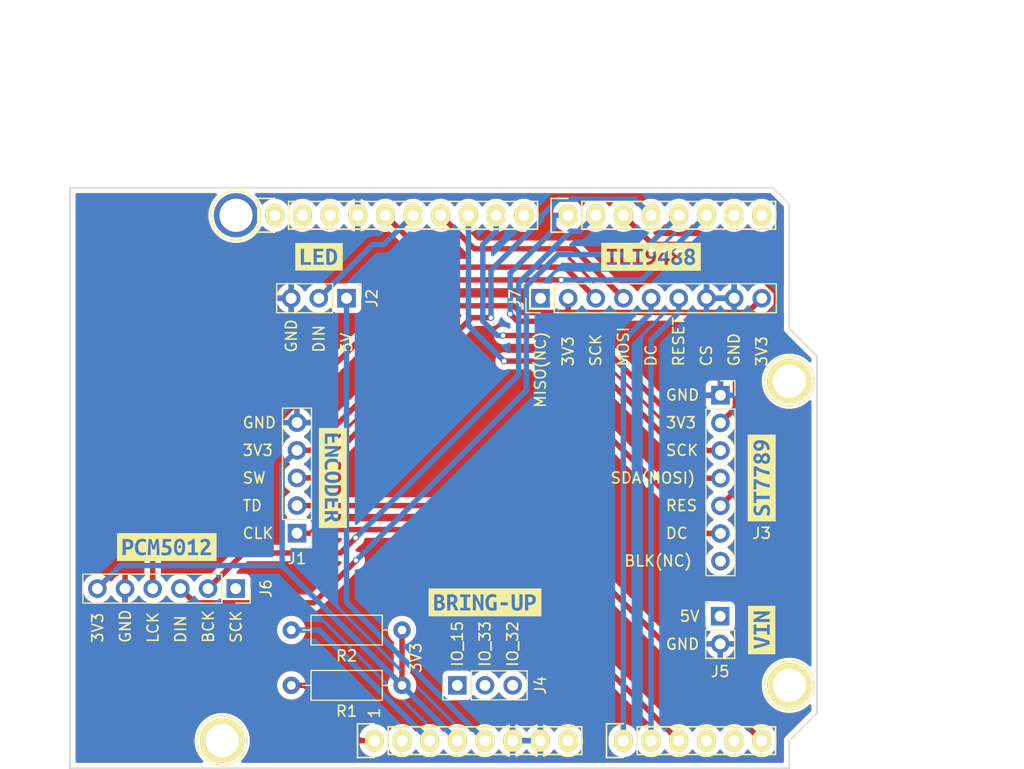
<source format=kicad_pcb>
(kicad_pcb (version 20211014) (generator pcbnew)
  (title_block (date "lun. 30 mars 2015"))
  (layers (0 "F.Cu" signal) (31 "B.Cu" signal) (34 "B.Paste" user) (35 "F.Paste" user) (36 "B.SilkS" user "B.Silkscreen") (37 "F.SilkS" user "F.Silkscreen") (38 "B.Mask" user) (39 "F.Mask" user) (44 "Edge.Cuts" user))
  (net 0 "")
  (net 1 "ESPDUINO_IO0")
  (net 2 "ESPDUINO_5V")
  (net 3 "ENCODER_DT")
  (net 4 "/Vin")
  (net 5 "RESET")
  (net 6 "ESPDUINO_IO2")
  (net 7 "ESPDUINO_IO4")
  (net 8 "/AREF")
  (net 9 "ESPDUINO_IO34")
  (net 10 "ENCODER_CLK")
  (net 11 "ESPDUINO_IO15")
  (net 16 "ENCODER_SWITCH")
  (net 17 "ENCODER_GND")
  (net 18 "ESPDUINO_IO18")
  (net 19 "ESPDUINO_IO19")
  (net 20 "ESPDUINO_IO23")
  (net 21 "ESPDUINO_IO5")
  (net 22 "ESPDUINO_IO13")
  (net 23 "ESPDUINO_IO12")
  (net 24 "ESPDUINO_IO14")
  (net 25 "ESPDUINO_IO27")
  (net 26 "ESPDUINO_IO16")
  (net 27 "ESPDUINO_IO33")
  (net 28 "ESPDUINO_IO25")
  (net 29 "ESPDUINO_IO26")
  (net 30 "ESPDUINO_TX")
  (net 31 "ESPDUINO_RX")
  (net 32 "POWER_IN_5V_VCC")
  (net 33 "ESPDUINO_IO32")
  (net 34 "PCM5102_SCK")
  (net 35 "ESPDUINO_3.3V")
  (net 36 "/IOREF")
  (net 37 "ST7789_BLK")
  (net 38 "TFT_MISO")
  (net 39 "ESPDUINO_IO36")
  (footprint "Socket_Arduino_Uno:Socket_Strip_Arduino_1x08" (layer "F.Cu") (at 138.938 123.825)
    (fp_text reference "P1" hide)
    (fp_text value "Power")
    (pad "1" thru_hole oval locked (at 0 0) (size 1.7272 2.032) (drill 1.016) (layers *.Cu *.Mask "F.SilkS") (net 1 "ESPDUINO_IO0"))
    (pad "2" thru_hole oval locked (at 2.54 0) (size 1.7272 2.032) (drill 1.016) (layers *.Cu *.Mask "F.SilkS") (net 36 "/IOREF"))
    (pad "3" thru_hole oval locked (at 5.08 0) (size 1.7272 2.032) (drill 1.016) (layers *.Cu *.Mask "F.SilkS") (net 5 "RESET"))
    (pad "4" thru_hole oval locked (at 7.62 0) (size 1.7272 2.032) (drill 1.016) (layers *.Cu *.Mask "F.SilkS") (net 35 "ESPDUINO_3.3V"))
    (pad "5" thru_hole oval locked (at 10.16 0) (size 1.7272 2.032) (drill 1.016) (layers *.Cu *.Mask "F.SilkS") (net 2 "ESPDUINO_5V"))
    (pad "6" thru_hole oval locked (at 12.7 0) (size 1.7272 2.032) (drill 1.016) (layers *.Cu *.Mask "F.SilkS") (net 17 "ENCODER_GND"))
    (pad "7" thru_hole oval locked (at 15.24 0) (size 1.7272 2.032) (drill 1.016) (layers *.Cu *.Mask "F.SilkS") (net 17 "ENCODER_GND"))
    (pad "8" thru_hole oval locked (at 17.78 0) (size 1.7272 2.032) (drill 1.016) (layers *.Cu *.Mask "F.SilkS") (net 4 "/Vin"))
  )
  (footprint "Socket_Arduino_Uno:Socket_Strip_Arduino_1x06" (layer "F.Cu") (at 161.798 123.825)
    (fp_text reference "P2" hide)
    (fp_text value "Analog")
    (pad "1" thru_hole oval locked (at 0 0) (size 1.7272 2.032) (drill 1.016) (layers *.Cu *.Mask "F.SilkS") (net 6 "ESPDUINO_IO2"))
    (pad "2" thru_hole oval locked (at 2.54 0) (size 1.7272 2.032) (drill 1.016) (layers *.Cu *.Mask "F.SilkS") (net 7 "ESPDUINO_IO4"))
    (pad "3" thru_hole oval locked (at 5.08 0) (size 1.7272 2.032) (drill 1.016) (layers *.Cu *.Mask "F.SilkS") (net 10 "ENCODER_CLK"))
    (pad "4" thru_hole oval locked (at 7.62 0) (size 1.7272 2.032) (drill 1.016) (layers *.Cu *.Mask "F.SilkS") (net 9 "ESPDUINO_IO34"))
    (pad "5" thru_hole oval locked (at 10.16 0) (size 1.7272 2.032) (drill 1.016) (layers *.Cu *.Mask "F.SilkS") (net 39 "ESPDUINO_IO36"))
    (pad "6" thru_hole oval locked (at 12.7 0) (size 1.7272 2.032) (drill 1.016) (layers *.Cu *.Mask "F.SilkS") (net 3 "ENCODER_DT"))
  )
  (footprint "Socket_Arduino_Uno:Socket_Strip_Arduino_1x10" (layer "F.Cu") (at 129.794 75.565)
    (fp_text reference "P3" hide)
    (fp_text value "Digital" hide)
    (pad "1" thru_hole oval locked (at 0 0) (size 1.7272 2.032) (drill 1.016) (layers *.Cu *.Mask "F.SilkS"))
    (pad "2" thru_hole oval locked (at 2.54 0) (size 1.7272 2.032) (drill 1.016) (layers *.Cu *.Mask "F.SilkS"))
    (pad "3" thru_hole oval locked (at 5.08 0) (size 1.7272 2.032) (drill 1.016) (layers *.Cu *.Mask "F.SilkS") (net 8 "/AREF"))
    (pad "4" thru_hole oval locked (at 7.62 0) (size 1.7272 2.032) (drill 1.016) (layers *.Cu *.Mask "F.SilkS") (net 17 "ENCODER_GND"))
    (pad "5" thru_hole oval locked (at 10.16 0) (size 1.7272 2.032) (drill 1.016) (layers *.Cu *.Mask "F.SilkS") (net 18 "ESPDUINO_IO18"))
    (pad "6" thru_hole oval locked (at 12.7 0) (size 1.7272 2.032) (drill 1.016) (layers *.Cu *.Mask "F.SilkS") (net 19 "ESPDUINO_IO19"))
    (pad "7" thru_hole oval locked (at 15.24 0) (size 1.7272 2.032) (drill 1.016) (layers *.Cu *.Mask "F.SilkS") (net 20 "ESPDUINO_IO23"))
    (pad "8" thru_hole oval locked (at 17.78 0) (size 1.7272 2.032) (drill 1.016) (layers *.Cu *.Mask "F.SilkS") (net 21 "ESPDUINO_IO5"))
    (pad "9" thru_hole oval locked (at 20.32 0) (size 1.7272 2.032) (drill 1.016) (layers *.Cu *.Mask "F.SilkS") (net 22 "ESPDUINO_IO13"))
    (pad "10" thru_hole oval locked (at 22.86 0) (size 1.7272 2.032) (drill 1.016) (layers *.Cu *.Mask "F.SilkS") (net 23 "ESPDUINO_IO12"))
  )
  (footprint "Socket_Arduino_Uno:Socket_Strip_Arduino_1x08" (layer "F.Cu") (at 156.718 75.565)
    (fp_text reference "P4" hide)
    (fp_text value "Digital")
    (pad "1" thru_hole oval locked (at 0 0) (size 1.7272 2.032) (drill 1.016) (layers *.Cu *.Mask "F.SilkS") (net 24 "ESPDUINO_IO14"))
    (pad "2" thru_hole oval locked (at 2.54 0) (size 1.7272 2.032) (drill 1.016) (layers *.Cu *.Mask "F.SilkS") (net 25 "ESPDUINO_IO27"))
    (pad "3" thru_hole oval locked (at 5.08 0) (size 1.7272 2.032) (drill 1.016) (layers *.Cu *.Mask "F.SilkS") (net 26 "ESPDUINO_IO16"))
    (pad "4" thru_hole oval locked (at 7.62 0) (size 1.7272 2.032) (drill 1.016) (layers *.Cu *.Mask "F.SilkS") (net 16 "ENCODER_SWITCH"))
    (pad "5" thru_hole oval locked (at 10.16 0) (size 1.7272 2.032) (drill 1.016) (layers *.Cu *.Mask "F.SilkS") (net 28 "ESPDUINO_IO25"))
    (pad "6" thru_hole oval locked (at 12.7 0) (size 1.7272 2.032) (drill 1.016) (layers *.Cu *.Mask "F.SilkS") (net 29 "ESPDUINO_IO26"))
    (pad "7" thru_hole oval locked (at 15.24 0) (size 1.7272 2.032) (drill 1.016) (layers *.Cu *.Mask "F.SilkS") (net 30 "ESPDUINO_TX"))
    (pad "8" thru_hole oval locked (at 17.78 0) (size 1.7272 2.032) (drill 1.016) (layers *.Cu *.Mask "F.SilkS") (net 31 "ESPDUINO_RX"))
  )
  (footprint "Socket_Arduino_Uno:Arduino_1pin" (layer "F.Cu") (at 124.968 123.825)
    (fp_text reference "P5" hide)
    (fp_text value "CONN_01X01" hide)
    (pad "1" thru_hole circle locked (at 0 0) (size 4.064 4.064) (drill 3.048) (layers *.Cu *.Mask "F.SilkS"))
  )
  (footprint "Socket_Arduino_Uno:Arduino_1pin" (layer "F.Cu") (at 177.038 118.745)
    (fp_text reference "P6" hide)
    (fp_text value "CONN_01X01" hide)
    (pad "1" thru_hole circle locked (at 0 0) (size 4.064 4.064) (drill 3.048) (layers *.Cu *.Mask "F.SilkS"))
  )
  (footprint "Socket_Arduino_Uno:Arduino_1pin" (layer "F.Cu") (at 126.238 75.565)
    (fp_text reference "P7" hide)
    (fp_text value "CONN_01X01" hide)
    (pad "1" thru_hole circle locked (at 0 0) (size 4.064 4.064) (drill 3.048) (layers *.Cu *.Mask))
  )
  (footprint "Socket_Arduino_Uno:Arduino_1pin" (layer "F.Cu") (at 177.038 90.805)
    (fp_text reference "P8" hide)
    (fp_text value "CONN_01X01" hide)
    (pad "1" thru_hole circle locked (at 0 0) (size 4.064 4.064) (drill 3.048) (layers *.Cu *.Mask "F.SilkS"))
  )
  (footprint "Resistor_THT:R_Axial_DIN0207_L6.3mm_D2.5mm_P10.16mm_Horizontal" (layer "F.Cu") (at 141.478 118.745 180)
    (fp_text reference "R1" (at 5.08 -2.37) (layer "F.SilkS"))
    (fp_text value "330")
    (pad "1" thru_hole circle (at 0 0 180) (size 1.6 1.6) (drill 0.8) (layers *.Cu *.Mask) (net 35 "ESPDUINO_3.3V"))
    (pad "2" thru_hole oval (at 10.16 0 180) (size 1.6 1.6) (drill 0.8) (layers *.Cu *.Mask) (net 1 "ESPDUINO_IO0"))
  )
  (footprint "Connector_PinSocket_2.54mm:PinSocket_1x06_P2.54mm_Vertical" (layer "F.Cu") (at 126.213 109.855 -90)
    (fp_text reference "J6" (at 0 -2.77 90) (layer "F.SilkS"))
    (fp_text value "PCM5102")
    (pad "1" thru_hole rect (at 0 0 270) (size 1.7 1.7) (drill 1) (layers *.Cu *.Mask) (net 34 "PCM5102_SCK"))
    (pad "2" thru_hole oval (at 0 2.54 270) (size 1.7 1.7) (drill 1) (layers *.Cu *.Mask) (net 25 "ESPDUINO_IO27"))
    (pad "3" thru_hole oval (at 0 5.08 270) (size 1.7 1.7) (drill 1) (layers *.Cu *.Mask) (net 28 "ESPDUINO_IO25"))
    (pad "4" thru_hole oval (at 0 7.62 270) (size 1.7 1.7) (drill 1) (layers *.Cu *.Mask) (net 29 "ESPDUINO_IO26"))
    (pad "5" thru_hole oval (at 0 10.16 270) (size 1.7 1.7) (drill 1) (layers *.Cu *.Mask) (net 17 "ENCODER_GND"))
    (pad "6" thru_hole oval (at 0 12.7 270) (size 1.7 1.7) (drill 1) (layers *.Cu *.Mask) (net 35 "ESPDUINO_3.3V"))
  )
  (footprint "kibuzzard-6280E76A" (layer "F.Cu") (at 174.498 99.695 90)
    (fp_text reference "kibuzzard-6280E76A" hide)
    (fp_text value "G***" hide)
  )
  (footprint "kibuzzard-6281B70A" (layer "F.Cu") (at 164.338 79.375)
    (fp_text reference "kibuzzard-6281B70A" hide)
    (fp_text value "G***" hide)
  )
  (footprint "Connector_PinSocket_2.54mm:PinSocket_1x07_P2.54mm_Vertical" (layer "F.Cu") (at 170.713 92.095)
    (fp_text reference "J3" (at 3.785 12.68) (layer "F.SilkS"))
    (fp_text value "ST7789")
    (pad "1" thru_hole rect (at 0 0) (size 1.7 1.7) (drill 1) (layers *.Cu *.Mask) (net 17 "ENCODER_GND"))
    (pad "2" thru_hole oval (at 0 2.54) (size 1.7 1.7) (drill 1) (layers *.Cu *.Mask) (net 35 "ESPDUINO_3.3V"))
    (pad "3" thru_hole oval (at 0 5.08) (size 1.7 1.7) (drill 1) (layers *.Cu *.Mask) (net 24 "ESPDUINO_IO14"))
    (pad "4" thru_hole oval (at 0 7.62) (size 1.7 1.7) (drill 1) (layers *.Cu *.Mask) (net 22 "ESPDUINO_IO13"))
    (pad "5" thru_hole oval (at 0 10.16) (size 1.7 1.7) (drill 1) (layers *.Cu *.Mask) (net 26 "ESPDUINO_IO16"))
    (pad "6" thru_hole oval (at 0 12.7) (size 1.7 1.7) (drill 1) (layers *.Cu *.Mask) (net 21 "ESPDUINO_IO5"))
    (pad "7" thru_hole oval (at 0 15.24) (size 1.7 1.7) (drill 1) (layers *.Cu *.Mask) (net 37 "ST7789_BLK"))
  )
  (footprint "Resistor_THT:R_Axial_DIN0207_L6.3mm_D2.5mm_P10.16mm_Horizontal" (layer "F.Cu") (at 141.478 113.665 180)
    (fp_text reference "R2" (at 5.08 -2.37) (layer "F.SilkS"))
    (fp_text value "330")
    (pad "1" thru_hole circle (at 0 0 180) (size 1.6 1.6) (drill 0.8) (layers *.Cu *.Mask) (net 35 "ESPDUINO_3.3V"))
    (pad "2" thru_hole oval (at 10.16 0 180) (size 1.6 1.6) (drill 0.8) (layers *.Cu *.Mask) (net 5 "RESET"))
  )
  (footprint "kibuzzard-6280EDB6" (layer "F.Cu") (at 174.498 113.665 90)
    (fp_text reference "kibuzzard-6280EDB6" hide)
    (fp_text value "G***" hide)
  )
  (footprint "Connector_PinHeader_2.54mm:PinHeader_1x03_P2.54mm_Vertical" (layer "F.Cu") (at 146.558 118.745 90)
    (fp_text reference "J4" (at 0 7.62 90) (layer "F.SilkS"))
    (fp_text value "extend" hide)
    (pad "1" thru_hole rect (at 0 0 90) (size 1.7 1.7) (drill 1) (layers *.Cu *.Mask) (net 11 "ESPDUINO_IO15"))
    (pad "2" thru_hole oval (at 0 2.54 90) (size 1.7 1.7) (drill 1) (layers *.Cu *.Mask) (net 27 "ESPDUINO_IO33"))
    (pad "3" thru_hole oval (at 0 5.08 90) (size 1.7 1.7) (drill 1) (layers *.Cu *.Mask) (net 33 "ESPDUINO_IO32"))
  )
  (footprint "Connector_PinHeader_2.54mm:PinHeader_1x09_P2.54mm_Vertical" (layer "F.Cu") (at 154.188 83.185 90)
    (fp_text reference "J7" (at 0 -2.33 90) (layer "F.SilkS"))
    (fp_text value "TFT_SPI")
    (pad "1" thru_hole rect (at 0 0 90) (size 1.7 1.7) (drill 1) (layers *.Cu *.Mask) (net 38 "TFT_MISO"))
    (pad "2" thru_hole oval (at 0 2.54 90) (size 1.7 1.7) (drill 1) (layers *.Cu *.Mask) (net 35 "ESPDUINO_3.3V"))
    (pad "3" thru_hole oval (at 0 5.08 90) (size 1.7 1.7) (drill 1) (layers *.Cu *.Mask) (net 18 "ESPDUINO_IO18"))
    (pad "4" thru_hole oval (at 0 7.62 90) (size 1.7 1.7) (drill 1) (layers *.Cu *.Mask) (net 20 "ESPDUINO_IO23"))
    (pad "5" thru_hole oval (at 0 10.16 90) (size 1.7 1.7) (drill 1) (layers *.Cu *.Mask) (net 6 "ESPDUINO_IO2"))
    (pad "6" thru_hole oval (at 0 12.7 90) (size 1.7 1.7) (drill 1) (layers *.Cu *.Mask) (net 7 "ESPDUINO_IO4"))
    (pad "7" thru_hole oval (at 0 15.24 90) (size 1.7 1.7) (drill 1) (layers *.Cu *.Mask) (net 17 "ENCODER_GND"))
    (pad "8" thru_hole oval (at 0 17.78 90) (size 1.7 1.7) (drill 1) (layers *.Cu *.Mask) (net 17 "ENCODER_GND"))
    (pad "9" thru_hole oval (at 0 20.32 90) (size 1.7 1.7) (drill 1) (layers *.Cu *.Mask) (net 35 "ESPDUINO_3.3V"))
  )
  (footprint "Connector_PinHeader_2.54mm:PinHeader_1x05_P2.54mm_Vertical" (layer "F.Cu") (at 131.838 104.77 180)
    (fp_text reference "J1" (at 0 -2.33 180) (layer "F.SilkS"))
    (fp_text value "ENCODER")
    (pad "1" thru_hole rect (at 0 0 180) (size 1.7 1.7) (drill 1) (layers *.Cu *.Mask) (net 10 "ENCODER_CLK"))
    (pad "2" thru_hole oval (at 0 2.54 180) (size 1.7 1.7) (drill 1) (layers *.Cu *.Mask) (net 3 "ENCODER_DT"))
    (pad "3" thru_hole oval (at 0 5.08 180) (size 1.7 1.7) (drill 1) (layers *.Cu *.Mask) (net 16 "ENCODER_SWITCH"))
    (pad "4" thru_hole oval (at 0 7.62 180) (size 1.7 1.7) (drill 1) (layers *.Cu *.Mask) (net 35 "ESPDUINO_3.3V"))
    (pad "5" thru_hole oval (at 0 10.16 180) (size 1.7 1.7) (drill 1) (layers *.Cu *.Mask) (net 17 "ENCODER_GND"))
  )
  (footprint "kibuzzard-6279C31F" (layer "F.Cu") (at 149.098 111.125)
    (fp_text reference "kibuzzard-6279C31F" hide)
    (fp_text value "G***" hide)
  )
  (footprint "Connector_PinHeader_2.54mm:PinHeader_1x03_P2.54mm_Vertical" (layer "F.Cu") (at 136.383 83.185 -90)
    (fp_text reference "J2" (at 0 -2.33 90) (layer "F.SilkS"))
    (fp_text value "RGB LED" hide)
    (pad "1" thru_hole rect (at 0 0 270) (size 1.7 1.7) (drill 1) (layers *.Cu *.Mask) (net 2 "ESPDUINO_5V"))
    (pad "2" thru_hole oval (at 0 2.54 270) (size 1.7 1.7) (drill 1) (layers *.Cu *.Mask) (net 19 "ESPDUINO_IO19"))
    (pad "3" thru_hole oval (at 0 5.08 270) (size 1.7 1.7) (drill 1) (layers *.Cu *.Mask) (net 17 "ENCODER_GND"))
  )
  (footprint "kibuzzard-6279C2C8" (layer "F.Cu") (at 119.888 106.045)
    (fp_text reference "kibuzzard-6279C2C8" hide)
    (fp_text value "G***" hide)
  )
  (footprint "Connector_PinHeader_2.54mm:PinHeader_1x02_P2.54mm_Vertical" (layer "F.Cu") (at 170.688 112.395)
    (fp_text reference "J5" (at 0 5.08) (layer "F.SilkS"))
    (fp_text value "POWER_IN_5V" hide)
    (pad "1" thru_hole rect (at 0 0) (size 1.7 1.7) (drill 1) (layers *.Cu *.Mask) (net 32 "POWER_IN_5V_VCC"))
    (pad "2" thru_hole oval (at 0 2.54) (size 1.7 1.7) (drill 1) (layers *.Cu *.Mask) (net 17 "ENCODER_GND"))
  )
  (footprint "kibuzzard-6279C29F" (layer "F.Cu") (at 133.858 79.375)
    (fp_text reference "kibuzzard-6279C29F" hide)
    (fp_text value "G***" hide)
  )
  (footprint "kibuzzard-6279C2B7" (layer "F.Cu") (at 135.128 99.695 -90)
    (fp_text reference "kibuzzard-6279C2B7" hide)
    (fp_text value "G***" hide)
  )
  (gr_line (start 179.578 88.519) (end 177.038 85.979) (layer "Edge.Cuts") (width 0.15))
  (gr_line (start 177.038 126.365) (end 177.038 123.825) (layer "Edge.Cuts") (width 0.15))
  (gr_line (start 177.038 74.549) (end 175.514 73.025) (layer "Edge.Cuts") (width 0.15))
  (gr_line (start 177.038 123.825) (end 179.578 121.285) (layer "Edge.Cuts") (width 0.15))
  (gr_line (start 110.998 73.025) (end 110.998 126.365) (layer "Edge.Cuts") (width 0.15))
  (gr_line (start 179.578 121.285) (end 179.578 88.519) (layer "Edge.Cuts") (width 0.15))
  (gr_line (start 110.998 126.365) (end 177.038 126.365) (layer "Edge.Cuts") (width 0.15))
  (gr_line (start 175.514 73.025) (end 110.998 73.025) (layer "Edge.Cuts") (width 0.15))
  (gr_line (start 177.038 85.979) (end 177.038 74.549) (layer "Edge.Cuts") (width 0.15))
  (gr_text "LCK" (at 118.618 114.935 90) (layer "F.SilkS") (effects (font (size 1 1)) (justify left)))
  (gr_text "SDA(MOSI)" (at 160.528 99.695) (layer "F.SilkS") (effects (font (size 1 1)) (justify left)))
  (gr_text "MISO(NC)" (at 154.178 93.345 90) (layer "F.SilkS") (effects (font (size 1 1)) (justify left)))
  (gr_text "5V\n" (at 166.878 112.395) (layer "F.SilkS") (effects (font (size 1 1)) (justify left)))
  (gr_text "3V3" (at 126.758 97.155) (layer "F.SilkS") (effects (font (size 1 1)) (justify left)))
  (gr_text "3V3" (at 142.748 116.205 90) (layer "F.SilkS") (effects (font (size 1 1))))
  (gr_text "GND" (at 165.608 114.965) (layer "F.SilkS") (effects (font (size 1 1)) (justify left)))
  (gr_text "RES" (at 165.608 102.235) (layer "F.SilkS") (effects (font (size 1 1)) (justify left)))
  (gr_text "IO_33" (at 149.098 114.935 90) (layer "F.SilkS") (effects (font (size 1 1))))
  (gr_text "MOSI" (at 161.798 89.535 90) (layer "F.SilkS") (effects (font (size 1 1)) (justify left)))
  (gr_text "RESET" (at 166.878 89.535 90) (layer "F.SilkS") (effects (font (size 1 1)) (justify left)))
  (gr_text "GND" (at 126.758 94.615) (layer "F.SilkS") (effects (font (size 1 1)) (justify left)))
  (gr_text "SCK" (at 165.608 97.155) (layer "F.SilkS") (effects (font (size 1 1)) (justify left)))
  (gr_text "5V" (at 136.398 88.265 90) (layer "F.SilkS") (effects (font (size 1 1)) (justify left)))
  (gr_text "3V3" (at 113.538 114.935 90) (layer "F.SilkS") (effects (font (size 1 1)) (justify left)))
  (gr_text "BCK" (at 123.698 114.935 90) (layer "F.SilkS") (effects (font (size 1 1)) (justify left)))
  (gr_text "SCK" (at 159.258 89.535 90) (layer "F.SilkS") (effects (font (size 1 1)) (justify left)))
  (gr_text "IO_32\n" (at 151.638 114.935 90) (layer "F.SilkS") (effects (font (size 1 1))))
  (gr_text "CLK\n" (at 126.758 104.775) (layer "F.SilkS") (effects (font (size 1 1)) (justify left)))
  (gr_text "SCK" (at 126.238 114.935 90) (layer "F.SilkS") (effects (font (size 1 1)) (justify left)))
  (gr_text "GND\n" (at 165.608 92.075) (layer "F.SilkS") (effects (font (size 1 1)) (justify left)))
  (gr_text "3V3\n" (at 165.608 94.615) (layer "F.SilkS") (effects (font (size 1 1)) (justify left)))
  (gr_text "3V3" (at 156.718 89.535 90) (layer "F.SilkS") (effects (font (size 1 1)) (justify left)))
  (gr_text "CS" (at 169.418 89.535 90) (layer "F.SilkS") (effects (font (size 1 1)) (justify left)))
  (gr_text "3V3\n" (at 174.498 89.535 90) (layer "F.SilkS") (effects (font (size 1 1)) (justify left)))
  (gr_text "GND" (at 116.078 114.935 90) (layer "F.SilkS") (effects (font (size 1 1)) (justify left)))
  (gr_text "TD\n" (at 126.758 102.235) (layer "F.SilkS") (effects (font (size 1 1)) (justify left)))
  (gr_text "IO_15" (at 146.558 114.935 90) (layer "F.SilkS") (effects (font (size 1 1))))
  (gr_text "DC" (at 165.608 104.775) (layer "F.SilkS") (effects (font (size 1 1)) (justify left)))
  (gr_text "DIN" (at 121.158 114.935 90) (layer "F.SilkS") (effects (font (size 1 1)) (justify left)))
  (gr_text "1" (at 138.938 121.285 90) (layer "F.SilkS") (effects (font (size 1 1))))
  (gr_text "GND\n" (at 171.958 89.535 90) (layer "F.SilkS") (effects (font (size 1 1)) (justify left)))
  (gr_text "DIN" (at 133.858 88.265 90) (layer "F.SilkS") (effects (font (size 1 1)) (justify left)))
  (gr_text "GND" (at 131.318 88.265 90) (layer "F.SilkS") (effects (font (size 1 1)) (justify left)))
  (gr_text "SW\n" (at 126.758 99.695) (layer "F.SilkS") (effects (font (size 1 1)) (justify left)))
  (gr_text "BLK(NC)" (at 161.798 107.315) (layer "F.SilkS") (effects (font (size 1 1)) (justify left)))
  (gr_text "DC" (at 164.338 89.535 90) (layer "F.SilkS") (effects (font (size 1 1)) (justify left)))
  (segment (start 131.318 118.745) (end 132.5683 118.745) (width 0.5) (layer "F.Cu") (net 1))
  (segment (start 132.5683 118.745) (end 132.5683 118.7692) (width 0.5) (layer "F.Cu") (net 1))
  (segment (start 138.938 123.825) (end 137.6241 123.825) (width 0.5) (layer "F.Cu") (net 1))
  (segment (start 132.5683 118.7692) (end 137.6241 123.825) (width 0.5) (layer "F.Cu") (net 1))
  (segment (start 136.383 83.185) (end 136.383 84.4853) (width 0.5) (layer "B.Cu") (net 2))
  (segment (start 149.098 123.825) (end 136.383 111.11) (width 0.5) (layer "B.Cu") (net 2))
  (segment (start 136.383 111.11) (end 136.383 84.4853) (width 0.5) (layer "B.Cu") (net 2))
  (segment (start 174.498 123.825) (end 152.903 102.23) (width 0.5) (layer "F.Cu") (net 3))
  (segment (start 152.903 102.23) (end 131.838 102.23) (width 0.5) (layer "F.Cu") (net 3))
  (segment (start 133.858 113.665) (end 144.018 123.825) (width 0.5) (layer "B.Cu") (net 5))
  (segment (start 131.318 113.665) (end 133.858 113.665) (width 0.5) (layer "B.Cu") (net 5))
  (segment (start 164.348 83.185) (end 164.348 84.4853) (width 0.5) (layer "B.Cu") (net 6))
  (segment (start 161.798 87.0353) (end 161.798 123.825) (width 0.5) (layer "B.Cu") (net 6))
  (segment (start 164.348 84.4853) (end 161.798 87.0353) (width 0.5) (layer "B.Cu") (net 6))
  (segment (start 164.338 87.0353) (end 166.888 84.4853) (width 0.5) (layer "B.Cu") (net 7))
  (segment (start 164.338 123.825) (end 164.338 87.0353) (width 0.5) (layer "B.Cu") (net 7))
  (segment (start 166.888 83.185) (end 166.888 84.4853) (width 0.5) (layer "B.Cu") (net 7))
  (segment (start 131.838 104.77) (end 133.1383 104.77) (width 0.5) (layer "F.Cu") (net 10))
  (segment (start 166.878 123.825) (end 147.4916 104.4386) (width 0.5) (layer "F.Cu") (net 10))
  (segment (start 147.4916 104.4386) (end 133.4697 104.4386) (width 0.5) (layer "F.Cu") (net 10))
  (segment (start 133.4697 104.4386) (end 133.1383 104.77) (width 0.5) (layer "F.Cu") (net 10))
  (segment (start 131.838 99.69) (end 133.1383 99.69) (width 0.5) (layer "F.Cu") (net 16))
  (segment (start 149.6478 84.969) (end 147.8593 84.969) (width 0.5) (layer "F.Cu") (net 16))
  (segment (start 147.8593 84.969) (end 133.1383 99.69) (width 0.5) (layer "F.Cu") (net 16))
  (via (at 149.6478 84.969) (size 0.6) (drill 0.4) (layers "F.Cu" "B.Cu") (net 16))
  (segment (start 155.8386 74.0807) (end 154.2611 75.6582) (width 0.5) (layer "B.Cu") (net 16))
  (segment (start 164.338 75.565) (end 162.8537 74.0807) (width 0.5) (layer "B.Cu") (net 16))
  (segment (start 162.8537 74.0807) (end 155.8386 74.0807) (width 0.5) (layer "B.Cu") (net 16))
  (segment (start 154.2611 75.6582) (end 154.2611 75.9959) (width 0.5) (layer "B.Cu") (net 16))
  (segment (start 154.2611 75.9959) (end 149.6478 80.6092) (width 0.5) (layer "B.Cu") (net 16))
  (segment (start 149.6478 80.6092) (end 149.6478 84.969) (width 0.5) (layer "B.Cu") (net 16))
  (segment (start 144.7155 80.3265) (end 139.954 75.565) (width 0.5) (layer "F.Cu") (net 18))
  (segment (start 156.4095 80.3265) (end 144.7155 80.3265) (width 0.5) (layer "F.Cu") (net 18))
  (segment (start 159.268 83.185) (end 156.4095 80.3265) (width 0.5) (layer "F.Cu") (net 18))
  (segment (start 139.8037 78.2553) (end 142.494 75.565) (width 0.5) (layer "B.Cu") (net 19))
  (segment (start 133.843 83.185) (end 138.7727 78.2553) (width 0.5) (layer "B.Cu") (net 19))
  (segment (start 138.7727 78.2553) (end 139.8037 78.2553) (width 0.5) (layer "B.Cu") (net 19))
  (segment (start 161.808 83.185) (end 157.2638 78.6408) (width 0.5) (layer "F.Cu") (net 20))
  (segment (start 148.1098 78.6408) (end 145.034 75.565) (width 0.5) (layer "F.Cu") (net 20))
  (segment (start 157.2638 78.6408) (end 148.1098 78.6408) (width 0.5) (layer "F.Cu") (net 20))
  (segment (start 169.4127 104.795) (end 153.5764 88.9587) (width 0.5) (layer "F.Cu") (net 21))
  (segment (start 153.5764 88.9587) (end 150.8558 88.9587) (width 0.5) (layer "F.Cu") (net 21))
  (segment (start 170.713 104.795) (end 169.4127 104.795) (width 0.5) (layer "F.Cu") (net 21))
  (via (at 150.8558 88.9587) (size 0.6) (drill 0.4) (layers "F.Cu" "B.Cu") (net 21))
  (segment (start 150.8558 88.9587) (end 147.574 85.6769) (width 0.5) (layer "B.Cu") (net 21))
  (segment (start 147.574 85.6769) (end 147.574 75.565) (width 0.5) (layer "B.Cu") (net 21))
  (segment (start 156.3061 86.6084) (end 150.7445 86.6084) (width 0.5) (layer "F.Cu") (net 22))
  (segment (start 170.713 99.715) (end 169.4127 99.715) (width 0.5) (layer "F.Cu") (net 22))
  (segment (start 169.4127 99.715) (end 156.3061 86.6084) (width 0.5) (layer "F.Cu") (net 22))
  (via (at 150.7445 86.6084) (size 0.6) (drill 0.4) (layers "F.Cu" "B.Cu") (net 22))
  (segment (start 150.114 77.0313) (end 148.8975 78.2478) (width 0.5) (layer "B.Cu") (net 22))
  (segment (start 150.114 75.565) (end 150.114 77.0313) (width 0.5) (layer "B.Cu") (net 22))
  (segment (start 150.226 86.6083) (end 150.7445 86.6083) (width 0.5) (layer "B.Cu") (net 22))
  (segment (start 148.8975 78.2478) (end 148.8975 85.2798) (width 0.5) (layer "B.Cu") (net 22))
  (segment (start 148.8975 85.2798) (end 150.226 86.6083) (width 0.5) (layer "B.Cu") (net 22))
  (segment (start 150.7445 86.6083) (end 150.7445 86.6084) (width 0.5) (layer "B.Cu") (net 22))
  (segment (start 157.5387 85.301) (end 152.0805 85.301) (width 0.5) (layer "F.Cu") (net 24))
  (segment (start 170.713 97.175) (end 169.4127 97.175) (width 0.5) (layer "F.Cu") (net 24))
  (segment (start 169.4127 97.175) (end 157.5387 85.301) (width 0.5) (layer "F.Cu") (net 24))
  (segment (start 152.0805 85.301) (end 151.4072 84.6277) (width 0.5) (layer "F.Cu") (net 24))
  (via (at 151.4072 84.6277) (size 0.6) (drill 0.4) (layers "F.Cu" "B.Cu") (net 24))
  (segment (start 151.4072 84.6277) (end 151.4072 80.8758) (width 0.5) (layer "B.Cu") (net 24))
  (segment (start 151.4072 80.8758) (end 155.4041 76.8789) (width 0.5) (layer "B.Cu") (net 24))
  (segment (start 155.4041 76.8789) (end 155.4041 75.565) (width 0.5) (layer "B.Cu") (net 24))
  (segment (start 156.718 75.565) (end 155.4041 75.565) (width 0.5) (layer "B.Cu") (net 24))
  (segment (start 135.8266 106.5851) (end 137.2228 105.1889) (width 0.5) (layer "F.Cu") (net 25))
  (segment (start 123.673 109.855) (end 126.9429 106.5851) (width 0.5) (layer "F.Cu") (net 25))
  (segment (start 126.9429 106.5851) (end 135.8266 106.5851) (width 0.5) (layer "F.Cu") (net 25))
  (via (at 137.2228 105.1889) (size 0.6) (drill 0.4) (layers "F.Cu" "B.Cu") (net 25))
  (segment (start 159.258 75.565) (end 157.79 77.033) (width 0.5) (layer "B.Cu") (net 25))
  (segment (start 152.1871 81.7938) (end 152.1871 90.2246) (width 0.5) (layer "B.Cu") (net 25))
  (segment (start 156.9479 77.033) (end 152.1871 81.7938) (width 0.5) (layer "B.Cu") (net 25))
  (segment (start 152.1871 90.2246) (end 137.2228 105.1889) (width 0.5) (layer "B.Cu") (net 25))
  (segment (start 157.79 77.033) (end 156.9479 77.033) (width 0.5) (layer "B.Cu") (net 25))
  (segment (start 173.0368 86.6825) (end 175.834 83.8853) (width 0.5) (layer "F.Cu") (net 26))
  (segment (start 164.465 78.232) (end 161.798 75.565) (width 0.5) (layer "F.Cu") (net 26))
  (segment (start 171.4029 78.232) (end 164.465 78.232) (width 0.5) (layer "F.Cu") (net 26))
  (segment (start 175.834 82.6631) (end 171.4029 78.232) (width 0.5) (layer "F.Cu") (net 26))
  (segment (start 175.834 83.8853) (end 175.834 82.6631) (width 0.5) (layer "F.Cu") (net 26))
  (segment (start 173.0368 99.9312) (end 173.0368 86.6825) (width 0.5) (layer "F.Cu") (net 26))
  (segment (start 170.713 102.255) (end 173.0368 99.9312) (width 0.5) (layer "F.Cu") (net 26))
  (segment (start 122.4374 111.1594) (end 133.3805 111.1594) (width 0.5) (layer "F.Cu") (net 28))
  (segment (start 133.3805 111.1594) (end 137.2698 107.2701) (width 0.5) (layer "F.Cu") (net 28))
  (segment (start 121.133 109.855) (end 122.4374 111.1594) (width 0.5) (layer "F.Cu") (net 28))
  (via (at 137.2698 107.2701) (size 0.6) (drill 0.4) (layers "F.Cu" "B.Cu") (net 28))
  (segment (start 163.2788 79.1642) (end 155.8072 79.1642) (width 0.5) (layer "B.Cu") (net 28))
  (segment (start 152.8875 82.0839) (end 152.8875 91.6524) (width 0.5) (layer "B.Cu") (net 28))
  (segment (start 166.878 75.565) (end 163.2788 79.1642) (width 0.5) (layer "B.Cu") (net 28))
  (segment (start 152.8875 91.6524) (end 137.2698 107.2701) (width 0.5) (layer "B.Cu") (net 28))
  (segment (start 155.8072 79.1642) (end 152.8875 82.0839) (width 0.5) (layer "B.Cu") (net 28))
  (segment (start 118.593 109.855) (end 118.593 108.5547) (width 0.5) (layer "F.Cu") (net 29))
  (segment (start 143.089 81.502) (end 156.101 81.502) (width 0.5) (layer "F.Cu") (net 29))
  (segment (start 118.593 108.5547) (end 118.593 105.998) (width 0.5) (layer "F.Cu") (net 29))
  (segment (start 118.593 105.998) (end 143.089 81.502) (width 0.5) (layer "F.Cu") (net 29))
  (via (at 156.101 81.502) (size 0.6) (drill 0.4) (layers "F.Cu" "B.Cu") (net 29))
  (segment (start 163.481 81.502) (end 156.101 81.502) (width 0.5) (layer "B.Cu") (net 29))
  (segment (start 169.418 75.565) (end 163.481 81.502) (width 0.5) (layer "B.Cu") (net 29))
  (segment (start 151.7181 83.8774) (end 146.4109 83.8774) (width 0.5) (layer "F.Cu") (net 35))
  (segment (start 146.4109 83.8774) (end 133.1383 97.15) (width 0.5) (layer "F.Cu") (net 35))
  (segment (start 156.728 84.4853) (end 152.326 84.4853) (width 0.5) (layer "F.Cu") (net 35))
  (segment (start 172.0835 93.2645) (end 170.713 94.635) (width 0.5) (layer "F.Cu") (net 35))
  (segment (start 156.728 83.185) (end 156.728 84.4853) (width 0.5) (layer "F.Cu") (net 35))
  (segment (start 172.0835 84.4853) (end 156.728 84.4853) (width 0.5) (layer "F.Cu") (net 35))
  (segment (start 152.326 84.4853) (end 151.7181 83.8774) (width 0.5) (layer "F.Cu") (net 35))
  (segment (start 174.508 83.185) (end 173.2077 84.4853) (width 0.5) (layer "F.Cu") (net 35))
  (segment (start 173.2077 84.4853) (end 172.0835 84.4853) (width 0.5) (layer "F.Cu") (net 35))
  (segment (start 131.838 97.15) (end 133.1383 97.15) (width 0.5) (layer "F.Cu") (net 35))
  (segment (start 141.478 113.665) (end 141.478 118.745) (width 0.5) (layer "F.Cu") (net 35))
  (segment (start 172.0835 84.4853) (end 172.0835 93.2645) (width 0.5) (layer "F.Cu") (net 35))
  (segment (start 130.4717 98.5163) (end 130.4717 107.7387) (width 0.5) (layer "B.Cu") (net 35))
  (segment (start 130.4717 107.7387) (end 115.6293 107.7387) (width 0.5) (layer "B.Cu") (net 35))
  (segment (start 115.6293 107.7387) (end 113.513 109.855) (width 0.5) (layer "B.Cu") (net 35))
  (segment (start 131.838 97.15) (end 130.4717 98.5163) (width 0.5) (layer "B.Cu") (net 35))
  (segment (start 130.4717 107.7387) (end 141.478 118.745) (width 0.5) (layer "B.Cu") (net 35))
  (segment (start 146.558 123.825) (end 141.478 118.745) (width 0.5) (layer "B.Cu") (net 35))
  (zone (net 17) (net_name "ENCODER_GND") (layers F&B.Cu) (connect_pads (clearance 0.508)) (min_thickness 0.254) (fill yes (thermal_gap 0.508) (thermal_bridge_width 0.508) (island_removal_mode 1) (island_area_min 0))
    (polygon (pts (xy 179.578 126.365) (xy 110.998 126.365) (xy 110.998 73.025) (xy 179.578 73.025)))
  )
)
</source>
